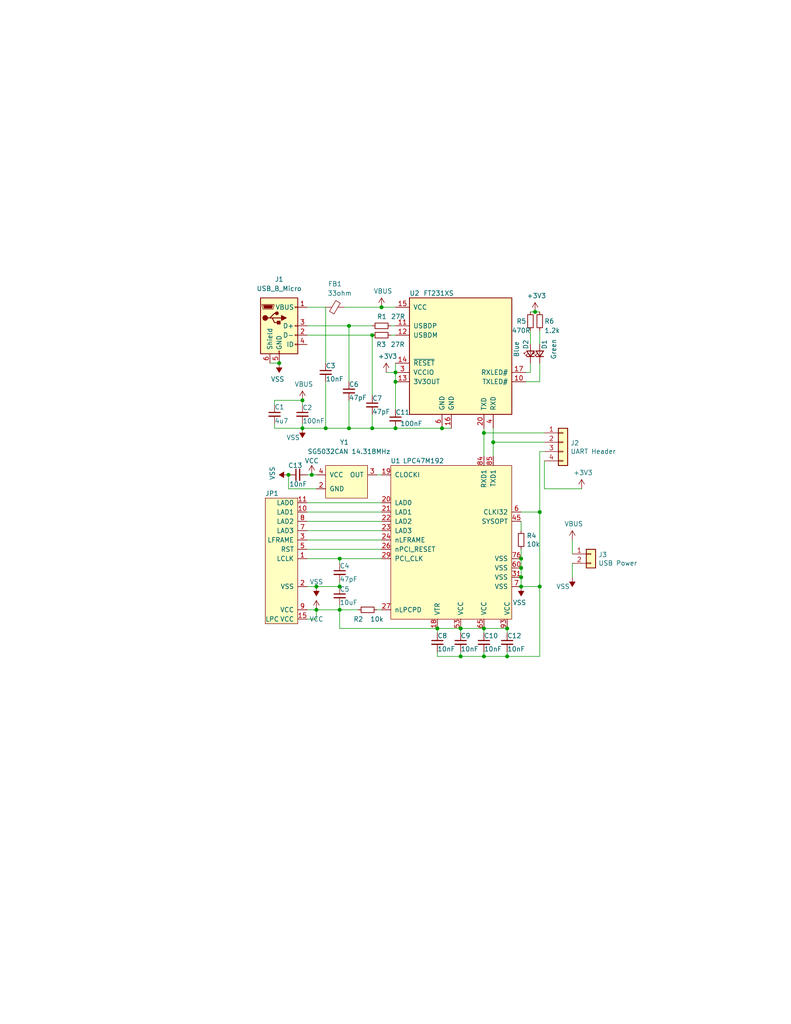
<source format=kicad_sch>
(kicad_sch (version 20211123) (generator eeschema)
  (paper "A" portrait)
  (title_block (title "Original Xbox Serial USB Adapter") (date "2019-03-27") (rev "B") (company "XboxDev") (comment 2 "Copyright Mike Davis 2019") (comment 3 "Licensed under CERN OHL v.1.2 or later") (comment 4 "https://github.com/xboxdev/serial-usb-adapter"))
  (lib_symbols
    (symbol "Connector:USB_B_Micro" (pin_names (offset 1.016))
      (property "Reference" "J" (at -5.08 11.43 0))
      (property "Value" "USB_B_Micro" (at -5.08 8.89 0))
      (symbol "USB_B_Micro_0_1"
        (rectangle (start -5.08 -7.62) (end 5.08 7.62) (stroke (width 0.254)) (fill (type background)))
        (circle (center -3.81 2.159) (radius 0.635) (stroke (width 0.254)) (fill (type outline)))
        (circle (center -0.635 3.429) (radius 0.381) (stroke (width 0.254)) (fill (type outline)))
        (rectangle (start -0.127 -7.62) (end 0.127 -6.858))
        (polyline (pts (xy -1.905 2.159) (xy 0.635 2.159)) (stroke (width 0.254)))
        (polyline (pts (xy -3.175 2.159) (xy -2.54 2.159) (xy -1.27 3.429) (xy -0.635 3.429)) (stroke (width 0.254)))
        (polyline (pts (xy -2.54 2.159) (xy -1.905 2.159) (xy -1.27 0.889) (xy 0 0.889)) (stroke (width 0.254)))
        (polyline (pts (xy 0.635 2.794) (xy 0.635 1.524) (xy 1.905 2.159) (xy 0.635 2.794)) (stroke (width 0.254)) (fill (type outline)))
        (polyline (pts (xy -4.318 5.588) (xy -1.778 5.588) (xy -2.032 4.826) (xy -4.064 4.826) (xy -4.318 5.588)) (fill (type outline)))
        (polyline (pts (xy -4.699 5.842) (xy -4.699 5.588) (xy -4.445 4.826) (xy -4.445 4.572) (xy -1.651 4.572) (xy -1.651 4.826) (xy -1.397 5.588) (xy -1.397 5.842) (xy -4.699 5.842)))
        (rectangle (start 0.254 1.27) (end -0.508 0.508) (stroke (width 0.254)) (fill (type outline)))
        (rectangle (start 5.08 -5.207) (end 4.318 -4.953))
        (rectangle (start 5.08 -2.667) (end 4.318 -2.413))
        (rectangle (start 5.08 -0.127) (end 4.318 0.127))
        (rectangle (start 5.08 4.953) (end 4.318 5.207))
      )
      (symbol "USB_B_Micro_1_1"
        (pin power_out line (at 7.62 5.08 180) (length 2.54) (name "VBUS") (number "1"))
        (pin bidirectional line (at 7.62 -2.54 180) (length 2.54) (name "D-") (number "2"))
        (pin bidirectional line (at 7.62 0 180) (length 2.54) (name "D+") (number "3"))
        (pin passive line (at 7.62 -5.08 180) (length 2.54) (name "ID") (number "4"))
        (pin power_out line (at 0 -10.16 90) (length 2.54) (name "GND") (number "5"))
        (pin passive line (at -2.54 -10.16 90) (length 2.54) (name "Shield") (number "6"))
      )
    )
    (symbol "Connector_Generic:Conn_01x02" (pin_names (offset 1.016) hide)
      (property "Reference" "J" (at 0 2.54 0))
      (property "Value" "Conn_01x02" (at 0 -5.08 0))
      (symbol "Conn_01x02_1_1"
        (rectangle (start -1.27 -2.413) (end 0 -2.667) (stroke (width 0.1524)))
        (rectangle (start -1.27 0.127) (end 0 -0.127) (stroke (width 0.1524)))
        (rectangle (start -1.27 1.27) (end 1.27 -3.81) (stroke (width 0.254)) (fill (type background)))
        (pin passive line (at -5.08 0 0) (length 3.81) (name "Pin_1") (number "1"))
        (pin passive line (at -5.08 -2.54 0) (length 3.81) (name "Pin_2") (number "2"))
      )
    )
    (symbol "Connector_Generic:Conn_01x04" (pin_names (offset 1.016) hide)
      (property "Reference" "J" (at 0 5.08 0))
      (property "Value" "Conn_01x04" (at 0 -7.62 0))
      (symbol "Conn_01x04_1_1"
        (rectangle (start -1.27 -4.953) (end 0 -5.207) (stroke (width 0.1524)))
        (rectangle (start -1.27 -2.413) (end 0 -2.667) (stroke (width 0.1524)))
        (rectangle (start -1.27 0.127) (end 0 -0.127) (stroke (width 0.1524)))
        (rectangle (start -1.27 2.667) (end 0 2.413) (stroke (width 0.1524)))
        (rectangle (start -1.27 3.81) (end 1.27 -6.35) (stroke (width 0.254)) (fill (type background)))
        (pin passive line (at -5.08 2.54 0) (length 3.81) (name "Pin_1") (number "1"))
        (pin passive line (at -5.08 0 0) (length 3.81) (name "Pin_2") (number "2"))
        (pin passive line (at -5.08 -2.54 0) (length 3.81) (name "Pin_3") (number "3"))
        (pin passive line (at -5.08 -5.08 0) (length 3.81) (name "Pin_4") (number "4"))
      )
    )
    (symbol "Device:C_Small" (pin_numbers hide) (pin_names (offset 0.254) hide)
      (property "Reference" "C" (at 0.254 1.778 0))
      (property "Value" "C_Small" (at 0.254 -2.032 0))
      (symbol "C_Small_0_1"
        (polyline (pts (xy -1.524 -0.508) (xy 1.524 -0.508)) (stroke (width 0.3302)))
        (polyline (pts (xy -1.524 0.508) (xy 1.524 0.508)) (stroke (width 0.3048)))
      )
      (symbol "C_Small_1_1"
        (pin passive line (at 0 2.54 270) (length 2.032) (name "~") (number "1"))
        (pin passive line (at 0 -2.54 90) (length 2.032) (name "~") (number "2"))
      )
    )
    (symbol "Device:FerriteBead_Small" (pin_numbers hide) (pin_names (offset 0))
      (property "Reference" "FB" (at 1.905 1.27 0))
      (property "Value" "FerriteBead_Small" (at 1.905 -1.27 0))
      (symbol "FerriteBead_Small_0_1"
        (polyline (pts (xy 0 -1.27) (xy 0 -0.7874)))
        (polyline (pts (xy 0 0.889) (xy 0 1.2954)))
        (polyline (pts (xy -1.8288 0.2794) (xy -1.1176 1.4986) (xy 1.8288 -0.2032) (xy 1.1176 -1.4224) (xy -1.8288 0.2794)))
      )
      (symbol "FerriteBead_Small_1_1"
        (pin passive line (at 0 2.54 270) (length 1.27) (name "~") (number "1"))
        (pin passive line (at 0 -2.54 90) (length 1.27) (name "~") (number "2"))
      )
    )
    (symbol "Device:LED_Small" (pin_numbers hide) (pin_names (offset 0.254) hide)
      (property "Reference" "D" (at -1.27 3.175 0))
      (property "Value" "LED_Small" (at -4.445 -2.54 0))
      (symbol "LED_Small_0_1"
        (polyline (pts (xy -0.762 -1.016) (xy -0.762 1.016)) (stroke (width 0.254)))
        (polyline (pts (xy 1.016 0) (xy -0.762 0)))
        (polyline (pts (xy 0.762 -1.016) (xy -0.762 0) (xy 0.762 1.016) (xy 0.762 -1.016)) (stroke (width 0.254)))
        (polyline (pts (xy 0 0.762) (xy -0.508 1.27) (xy -0.254 1.27) (xy -0.508 1.27) (xy -0.508 1.016)))
        (polyline (pts (xy 0.508 1.27) (xy 0 1.778) (xy 0.254 1.778) (xy 0 1.778) (xy 0 1.524)))
      )
      (symbol "LED_Small_1_1"
        (pin passive line (at -2.54 0 0) (length 1.778) (name "K") (number "1"))
        (pin passive line (at 2.54 0 180) (length 1.778) (name "A") (number "2"))
      )
    )
    (symbol "Device:R_Small" (pin_numbers hide) (pin_names (offset 0.254) hide)
      (property "Reference" "R" (at 0.762 0.508 0))
      (property "Value" "R_Small" (at 0.762 -1.016 0))
      (symbol "R_Small_0_1"
        (rectangle (start -0.762 1.778) (end 0.762 -1.778) (stroke (width 0.2032)))
      )
      (symbol "R_Small_1_1"
        (pin passive line (at 0 2.54 270) (length 0.762) (name "~") (number "1"))
        (pin passive line (at 0 -2.54 90) (length 0.762) (name "~") (number "2"))
      )
    )
    (symbol "power:+3V3" (power) (pin_names (offset 0))
      (property "Value" "+3V3" (at 0 3.556 0))
      (symbol "+3V3_0_1"
        (polyline (pts (xy -0.762 1.27) (xy 0 2.54)))
        (polyline (pts (xy 0 0) (xy 0 2.54)))
        (polyline (pts (xy 0 2.54) (xy 0.762 1.27)))
      )
      (symbol "+3V3_1_1"
        (pin power_in line (at 0 0 90) (length 0) hide (name "+3V3") (number "1"))
      )
    )
    (symbol "power:VBUS" (power) (pin_names (offset 0))
      (property "Value" "VBUS" (at 0 3.81 0))
      (symbol "VBUS_0_1"
        (polyline (pts (xy -0.762 1.27) (xy 0 2.54)))
        (polyline (pts (xy 0 0) (xy 0 2.54)))
        (polyline (pts (xy 0 2.54) (xy 0.762 1.27)))
      )
      (symbol "VBUS_1_1"
        (pin power_in line (at 0 0 90) (length 0) hide (name "VBUS") (number "1"))
      )
    )
    (symbol "power:VCC" (power) (pin_names (offset 0))
      (property "Value" "VCC" (at 0 3.81 0))
      (symbol "VCC_0_1"
        (polyline (pts (xy -0.762 1.27) (xy 0 2.54)))
        (polyline (pts (xy 0 0) (xy 0 2.54)))
        (polyline (pts (xy 0 2.54) (xy 0.762 1.27)))
      )
      (symbol "VCC_1_1"
        (pin power_in line (at 0 0 90) (length 0) hide (name "VCC") (number "1"))
      )
    )
    (symbol "power:VSS" (power) (pin_names (offset 0))
      (property "Value" "VSS" (at 0 3.81 0))
      (symbol "VSS_0_1"
        (polyline (pts (xy 0 0) (xy 0 2.54)))
        (polyline (pts (xy 0.762 1.27) (xy -0.762 1.27) (xy 0 2.54) (xy 0.762 1.27)) (fill (type outline)))
      )
      (symbol "VSS_1_1"
        (pin power_in line (at 0 0 90) (length 0) hide (name "VSS") (number "1"))
      )
    )
    (symbol "serial-usb-adapter:FT231XS" (pin_names (offset 1.016))
      (property "Reference" "U" (at -12.7 13.97 0))
      (property "Value" "FT231XS" (at -3.81 0 0))
      (symbol "FT231XS_0_1"
        (rectangle (start -13.97 12.7) (end 13.97 -19.05) (stroke (width 0.254)) (fill (type background)))
      )
      (symbol "FT231XS_1_1"
        (pin bidirectional line (at 17.78 -10.16 180) (length 3.81) (name "TXLED#") (number "10"))
        (pin bidirectional line (at -17.78 5.08 0) (length 3.81) (name "USBDP") (number "11"))
        (pin bidirectional line (at -17.78 2.54 0) (length 3.81) (name "USBDM") (number "12"))
        (pin power_out line (at -17.78 -10.16 0) (length 3.81) (name "3V3OUT") (number "13"))
        (pin input line (at -17.78 -5.08 0) (length 3.81) (name "~{RESET}") (number "14"))
        (pin power_in line (at -17.78 10.16 0) (length 3.81) (name "VCC") (number "15"))
        (pin power_in line (at -2.54 -22.86 90) (length 3.81) (name "GND") (number "16"))
        (pin bidirectional line (at 17.78 -7.62 180) (length 3.81) (name "RXLED#") (number "17"))
        (pin output line (at 6.35 -22.86 90) (length 3.81) (name "TXD") (number "20"))
        (pin power_in line (at -17.78 -7.62 0) (length 3.81) (name "VCCIO") (number "3"))
        (pin input line (at 8.89 -22.86 90) (length 3.81) (name "RXD") (number "4"))
        (pin power_in line (at -5.08 -22.86 90) (length 3.81) (name "GND") (number "6"))
      )
    )
    (symbol "serial-usb-adapter:LPC" (pin_names (offset 1.016))
      (property "Reference" "JP1" (at 0 33.02 0))
      (property "Value" "LPC" (at 0 -1.27 0))
      (symbol "LPC_0_0"
        (rectangle (start 0 31.75) (end 8.89 -2.54) (fill (type background)))
      )
      (symbol "LPC_1_1"
        (pin output line (at 11.43 15.24 180) (length 2.54) (name "LCLK") (number "1"))
        (pin bidirectional line (at 11.43 27.94 180) (length 2.54) (name "LAD1") (number "10"))
        (pin bidirectional line (at 11.43 30.48 180) (length 2.54) (name "LAD0") (number "11"))
        (pin power_out line (at 11.43 -1.27 180) (length 2.54) (name "VCC") (number "15"))
        (pin power_out line (at 11.43 7.62 180) (length 2.54) (name "VSS") (number "2"))
        (pin output line (at 11.43 20.32 180) (length 2.54) (name "LFRAME") (number "3"))
        (pin output line (at 11.43 17.78 180) (length 2.54) (name "RST") (number "5"))
        (pin bidirectional line (at 11.43 22.86 180) (length 2.54) (name "LAD3") (number "7"))
        (pin bidirectional line (at 11.43 25.4 180) (length 2.54) (name "LAD2") (number "8"))
        (pin power_out line (at 11.43 1.27 180) (length 2.54) (name "VCC") (number "9"))
      )
    )
    (symbol "serial-usb-adapter:LPC47M192" (pin_names (offset 1.016))
      (property "Reference" "U" (at 2.54 43.18 0))
      (property "Value" "LPC47M192" (at 16.51 33.02 0))
      (symbol "LPC47M192_0_1"
        (rectangle (start 0 41.91) (end 33.02 0) (fill (type background)))
      )
      (symbol "LPC47M192_1_1"
        (pin power_in line (at 12.7 -2.54 90) (length 2.54) (name "VTR") (number "18"))
        (pin input line (at -2.54 39.37 0) (length 2.54) (name "CLOCKI") (number "19"))
        (pin bidirectional line (at -2.54 31.75 0) (length 2.54) (name "LAD0") (number "20"))
        (pin bidirectional line (at -2.54 29.21 0) (length 2.54) (name "LAD1") (number "21"))
        (pin bidirectional line (at -2.54 26.67 0) (length 2.54) (name "LAD2") (number "22"))
        (pin bidirectional line (at -2.54 24.13 0) (length 2.54) (name "LAD3") (number "23"))
        (pin input line (at -2.54 21.59 0) (length 2.54) (name "nLFRAME") (number "24"))
        (pin input line (at -2.54 19.05 0) (length 2.54) (name "nPCI_RESET") (number "26"))
        (pin input line (at -2.54 2.54 0) (length 2.54) (name "nLPCPD") (number "27"))
        (pin input line (at -2.54 16.51 0) (length 2.54) (name "PCI_CLK") (number "29"))
        (pin power_in line (at 35.56 11.43 180) (length 2.54) (name "VSS") (number "31"))
        (pin bidirectional line (at 35.56 26.67 180) (length 2.54) (name "SYSOPT") (number "45"))
        (pin power_in line (at 19.05 -2.54 90) (length 2.54) (name "VCC") (number "53"))
        (pin input line (at 35.56 29.21 180) (length 2.54) (name "CLKI32") (number "6"))
        (pin power_in line (at 35.56 13.97 180) (length 2.54) (name "VSS") (number "60"))
        (pin power_in line (at 25.4 -2.54 90) (length 2.54) (name "VCC") (number "65"))
        (pin power_in line (at 35.56 8.89 180) (length 2.54) (name "VSS") (number "7"))
        (pin power_in line (at 35.56 16.51 180) (length 2.54) (name "VSS") (number "76"))
        (pin input line (at 25.4 44.45 270) (length 2.54) (name "RXD1") (number "84"))
        (pin output line (at 27.94 44.45 270) (length 2.54) (name "TXD1") (number "85"))
        (pin power_in line (at 31.75 -2.54 90) (length 2.54) (name "VCC") (number "93"))
      )
    )
    (symbol "serial-usb-adapter:SG5032CAN" (pin_names (offset 1.016))
      (property "Reference" "Y" (at 1.27 10.16 0))
      (property "Value" "SG5032CAN" (at 6.35 -1.27 0))
      (symbol "SG5032CAN_0_0"
        (rectangle (start 0 0) (end 11.43 8.89) (fill (type background)))
      )
      (symbol "SG5032CAN_1_1"
        (pin input line (at 13.97 2.54 180) (length 2.54) hide (name "OE") (number "1"))
        (pin power_in line (at -2.54 2.54 0) (length 2.54) (name "GND") (number "2"))
        (pin output line (at 13.97 6.35 180) (length 2.54) (name "OUT") (number "3"))
        (pin power_in line (at -2.54 6.35 0) (length 2.54) (name "VCC") (number "4"))
      )
    )
  )
  (junction (at 147.32 160.02))
  (junction (at 86.36 160.02))
  (junction (at 142.24 160.02))
  (junction (at 107.95 101.6))
  (junction (at 95.25 88.9))
  (junction (at 101.6 91.44))
  (junction (at 125.73 179.07))
  (junction (at 132.08 118.11))
  (junction (at 125.73 171.45))
  (junction (at 119.38 171.45))
  (junction (at 138.43 171.45))
  (junction (at 138.43 179.07))
  (junction (at 95.25 116.84))
  (junction (at 88.9 116.84))
  (junction (at 92.71 160.02))
  (junction (at 107.95 116.84))
  (junction (at 132.08 179.07))
  (junction (at 142.24 157.48))
  (junction (at 107.95 104.14))
  (junction (at 92.71 166.37))
  (junction (at 101.6 116.84))
  (junction (at 82.55 116.84))
  (junction (at 104.14 83.82))
  (junction (at 85.09 129.54))
  (junction (at 146.05 85.09))
  (junction (at 92.71 152.4))
  (junction (at 147.32 139.7))
  (junction (at 132.08 171.45))
  (junction (at 142.24 152.4))
  (junction (at 86.36 166.37))
  (junction (at 120.65 116.84))
  (junction (at 82.55 109.22))
  (junction (at 142.24 154.94))
  (junction (at 78.74 129.54))
  (junction (at 76.2 99.06))
  (junction (at 134.62 120.65))
  (wire (pts (xy 119.38 179.07) (xy 125.73 179.07)))
  (wire (pts (xy 82.55 115.57) (xy 82.55 116.84)))
  (wire (pts (xy 132.08 116.84) (xy 132.08 118.11)))
  (wire (pts (xy 142.24 160.02) (xy 147.32 160.02)))
  (wire (pts (xy 74.93 116.84) (xy 82.55 116.84)))
  (wire (pts (xy 148.59 125.73) (xy 148.59 133.35)))
  (wire (pts (xy 92.71 152.4) (xy 104.14 152.4)))
  (wire (pts (xy 86.36 168.91) (xy 86.36 166.37)))
  (wire (pts (xy 104.14 83.82) (xy 93.98 83.82)))
  (wire (pts (xy 148.59 118.11) (xy 132.08 118.11)))
  (wire (pts (xy 132.08 179.07) (xy 138.43 179.07)))
  (wire (pts (xy 148.59 120.65) (xy 134.62 120.65)))
  (wire (pts (xy 148.59 133.35) (xy 158.75 133.35)))
  (wire (pts (xy 83.82 83.82) (xy 88.9 83.82)))
  (wire (pts (xy 143.51 101.6) (xy 144.78 101.6)))
  (wire (pts (xy 95.25 104.14) (xy 95.25 88.9)))
  (wire (pts (xy 134.62 116.84) (xy 134.62 120.65)))
  (wire (pts (xy 143.51 104.14) (xy 147.32 104.14)))
  (wire (pts (xy 132.08 171.45) (xy 138.43 171.45)))
  (wire (pts (xy 104.14 149.86) (xy 83.82 149.86)))
  (wire (pts (xy 123.19 116.84) (xy 120.65 116.84)))
  (wire (pts (xy 107.95 116.84) (xy 120.65 116.84)))
  (wire (pts (xy 144.78 101.6) (xy 144.78 99.06)))
  (wire (pts (xy 104.14 83.82) (xy 107.95 83.82)))
  (wire (pts (xy 95.25 109.22) (xy 95.25 116.84)))
  (wire (pts (xy 74.93 109.22) (xy 74.93 110.49)))
  (wire (pts (xy 147.32 104.14) (xy 147.32 99.06)))
  (wire (pts (xy 146.05 85.09) (xy 147.32 85.09)))
  (wire (pts (xy 85.09 129.54) (xy 83.82 129.54)))
  (wire (pts (xy 92.71 158.75) (xy 92.71 160.02)))
  (wire (pts (xy 106.68 91.44) (xy 107.95 91.44)))
  (wire (pts (xy 156.21 153.67) (xy 156.21 157.48)))
  (wire (pts (xy 86.36 166.37) (xy 92.71 166.37)))
  (wire (pts (xy 119.38 171.45) (xy 125.73 171.45)))
  (wire (pts (xy 92.71 152.4) (xy 92.71 153.67)))
  (wire (pts (xy 92.71 171.45) (xy 92.71 166.37)))
  (wire (pts (xy 88.9 104.14) (xy 88.9 116.84)))
  (wire (pts (xy 92.71 166.37) (xy 97.79 166.37)))
  (wire (pts (xy 86.36 160.02) (xy 92.71 160.02)))
  (wire (pts (xy 102.87 166.37) (xy 104.14 166.37)))
  (wire (pts (xy 147.32 90.17) (xy 147.32 93.98)))
  (wire (pts (xy 101.6 113.03) (xy 101.6 116.84)))
  (wire (pts (xy 132.08 177.8) (xy 132.08 179.07)))
  (wire (pts (xy 138.43 179.07) (xy 138.43 177.8)))
  (wire (pts (xy 119.38 171.45) (xy 119.38 172.72)))
  (wire (pts (xy 107.95 101.6) (xy 105.41 101.6)))
  (wire (pts (xy 83.82 152.4) (xy 92.71 152.4)))
  (wire (pts (xy 83.82 168.91) (xy 86.36 168.91)))
  (wire (pts (xy 74.93 109.22) (xy 82.55 109.22)))
  (wire (pts (xy 125.73 179.07) (xy 132.08 179.07)))
  (wire (pts (xy 142.24 152.4) (xy 142.24 154.94)))
  (wire (pts (xy 142.24 154.94) (xy 142.24 157.48)))
  (wire (pts (xy 144.78 90.17) (xy 144.78 93.98)))
  (wire (pts (xy 83.82 166.37) (xy 86.36 166.37)))
  (wire (pts (xy 107.95 101.6) (xy 107.95 104.14)))
  (wire (pts (xy 88.9 116.84) (xy 82.55 116.84)))
  (wire (pts (xy 83.82 137.16) (xy 104.14 137.16)))
  (wire (pts (xy 134.62 120.65) (xy 134.62 124.46)))
  (wire (pts (xy 147.32 179.07) (xy 138.43 179.07)))
  (wire (pts (xy 95.25 88.9) (xy 83.82 88.9)))
  (wire (pts (xy 144.78 85.09) (xy 146.05 85.09)))
  (wire (pts (xy 107.95 99.06) (xy 107.95 101.6)))
  (wire (pts (xy 88.9 83.82) (xy 88.9 99.06)))
  (wire (pts (xy 107.95 104.14) (xy 107.95 111.76)))
  (wire (pts (xy 147.32 139.7) (xy 147.32 160.02)))
  (wire (pts (xy 147.32 123.19) (xy 148.59 123.19)))
  (wire (pts (xy 138.43 171.45) (xy 138.43 172.72)))
  (wire (pts (xy 74.93 115.57) (xy 74.93 116.84)))
  (wire (pts (xy 132.08 118.11) (xy 132.08 124.46)))
  (wire (pts (xy 88.9 116.84) (xy 95.25 116.84)))
  (wire (pts (xy 78.74 133.35) (xy 78.74 129.54)))
  (wire (pts (xy 147.32 123.19) (xy 147.32 139.7)))
  (wire (pts (xy 142.24 139.7) (xy 147.32 139.7)))
  (wire (pts (xy 102.87 129.54) (xy 104.14 129.54)))
  (wire (pts (xy 92.71 165.1) (xy 92.71 166.37)))
  (wire (pts (xy 83.82 91.44) (xy 101.6 91.44)))
  (wire (pts (xy 119.38 177.8) (xy 119.38 179.07)))
  (wire (pts (xy 86.36 129.54) (xy 85.09 129.54)))
  (wire (pts (xy 125.73 177.8) (xy 125.73 179.07)))
  (wire (pts (xy 156.21 147.32) (xy 156.21 151.13)))
  (wire (pts (xy 104.14 144.78) (xy 83.82 144.78)))
  (wire (pts (xy 95.25 116.84) (xy 101.6 116.84)))
  (wire (pts (xy 101.6 116.84) (xy 107.95 116.84)))
  (wire (pts (xy 82.55 109.22) (xy 82.55 110.49)))
  (wire (pts (xy 86.36 133.35) (xy 78.74 133.35)))
  (wire (pts (xy 95.25 88.9) (xy 101.6 88.9)))
  (wire (pts (xy 125.73 171.45) (xy 125.73 172.72)))
  (wire (pts (xy 147.32 160.02) (xy 147.32 179.07)))
  (wire (pts (xy 73.66 99.06) (xy 76.2 99.06)))
  (wire (pts (xy 132.08 171.45) (xy 132.08 172.72)))
  (wire (pts (xy 119.38 171.45) (xy 92.71 171.45)))
  (wire (pts (xy 142.24 157.48) (xy 142.24 160.02)))
  (wire (pts (xy 101.6 91.44) (xy 101.6 107.95)))
  (wire (pts (xy 142.24 142.24) (xy 142.24 144.78)))
  (wire (pts (xy 107.95 88.9) (xy 106.68 88.9)))
  (wire (pts (xy 104.14 142.24) (xy 83.82 142.24)))
  (wire (pts (xy 142.24 149.86) (xy 142.24 152.4)))
  (wire (pts (xy 104.14 139.7) (xy 83.82 139.7)))
  (wire (pts (xy 83.82 160.02) (xy 86.36 160.02)))
  (wire (pts (xy 125.73 171.45) (xy 132.08 171.45)))
  (wire (pts (xy 83.82 147.32) (xy 104.14 147.32)))
  (symbol (lib_id "serial-usb-adapter:FT231XS") (at 125.73 93.98 0) (unit 1)
    (property "Reference" "U2" (at 111.76 80.01 0) (effects (justify left)))
    (property "Value" "FT231XS" (at 115.57 80.01 0) (effects (justify left)))
    (property "Footprint" "Package_SO:SSOP-20_3.9x8.7mm_P0.635mm" (effects hide))
    (property "Datasheet" "http://www.ftdichip.com/Products/ICs/FT231X.html" (effects hide))
  )
  (symbol (lib_id "serial-usb-adapter:LPC") (at 72.39 167.64 0) (unit 1)
    (property "Reference" "JP1" (at 72.39 134.62 0) (effects (justify left)))
    (property "Value" "LPC" (at 72.39 168.91 0) (effects (justify left)))
    (property "Footprint" "Connector_PinHeader_2.54mm:PinHeader_2x08_P2.54mm_Vertical" (effects hide))
  )
  (symbol (lib_id "serial-usb-adapter:LPC47M192") (at 106.68 168.91 0) (unit 1)
    (property "Reference" "U1" (at 107.95 125.73 0))
    (property "Value" "LPC47M192" (at 115.57 125.73 0))
    (property "Footprint" "Package_QFP:LQFP-128_14x20mm_P0.5mm" (effects hide))
  )
  (symbol (lib_id "serial-usb-adapter:SG5032CAN") (at 88.9 135.89 0) (unit 1)
    (property "Reference" "Y1" (at 93.98 120.65 0))
    (property "Value" "SG5032CAN 14.318MHz" (at 95.25 123.19 0))
    (property "Footprint" "Oscillator:Oscillator_SMD_TXC_7C-4Pin_5.0x3.2mm_HandSoldering" (effects hide))
  )
  (symbol (lib_id "Device:R_Small") (at 144.78 87.63 0) (unit 1)
    (property "Reference" "R5" (at 140.97 87.63 0) (effects (justify left)))
    (property "Value" "470R" (at 139.7 90.17 0) (effects (justify left)))
    (property "Footprint" "Resistor_SMD:R_0603_1608Metric" (effects hide))
  )
  (symbol (lib_id "Device:R_Small") (at 147.32 87.63 0) (unit 1)
    (property "Reference" "R6" (at 148.59 87.63 0) (effects (justify left)))
    (property "Value" "1.2k" (at 148.59 90.17 0) (effects (justify left)))
    (property "Footprint" "Resistor_SMD:R_0603_1608Metric" (effects hide))
  )
  (symbol (lib_id "Device:R_Small") (at 142.24 147.32 0) (unit 1)
    (property "Reference" "R4" (at 143.7386 146.1516 0) (effects (justify left)))
    (property "Value" "10k" (at 143.7386 148.463 0) (effects (justify left)))
    (property "Footprint" "Resistor_SMD:R_0603_1608Metric" (effects hide))
  )
  (symbol (lib_id "Device:R_Small") (at 100.33 166.37 270) (unit 1)
    (property "Reference" "R2" (at 97.79 168.91 90))
    (property "Value" "10k" (at 102.87 168.91 90))
    (property "Footprint" "Resistor_SMD:R_0603_1608Metric" (effects hide))
  )
  (symbol (lib_id "Device:C_Small") (at 82.55 113.03 0) (unit 1)
    (property "Reference" "C2" (at 82.55 110.49 0) (effects (justify left top)))
    (property "Value" "100nF" (at 82.55 115.57 0) (effects (justify left bottom)))
    (property "Footprint" "Capacitor_SMD:C_0603_1608Metric" (effects hide))
  )
  (symbol (lib_id "Device:C_Small") (at 119.38 175.26 0) (unit 1)
    (property "Reference" "C8" (at 119.38 172.72 0) (effects (justify left top)))
    (property "Value" "10nF" (at 119.38 177.8 0) (effects (justify left bottom)))
    (property "Footprint" "Capacitor_SMD:C_0603_1608Metric" (effects hide))
  )
  (symbol (lib_id "Device:C_Small") (at 125.73 175.26 0) (unit 1)
    (property "Reference" "C9" (at 125.73 172.72 0) (effects (justify left top)))
    (property "Value" "10nF" (at 125.73 177.8 0) (effects (justify left bottom)))
    (property "Footprint" "Capacitor_SMD:C_0603_1608Metric" (effects hide))
  )
  (symbol (lib_id "Device:C_Small") (at 132.08 175.26 0) (unit 1)
    (property "Reference" "C10" (at 132.08 172.72 0) (effects (justify left top)))
    (property "Value" "10nF" (at 132.08 177.8 0) (effects (justify left bottom)))
    (property "Footprint" "Capacitor_SMD:C_0603_1608Metric" (effects hide))
  )
  (symbol (lib_id "Device:C_Small") (at 138.43 175.26 0) (unit 1)
    (property "Reference" "C12" (at 138.43 172.72 0) (effects (justify left top)))
    (property "Value" "10nF" (at 138.43 177.8 0) (effects (justify left bottom)))
    (property "Footprint" "Capacitor_SMD:C_0603_1608Metric" (effects hide))
  )
  (symbol (lib_id "power:VSS") (at 76.2 99.06 180) (unit 1)
    (property "Reference" "#PWR0101" (effects hide))
    (property "Value" "VSS" (at 75.7682 103.4542 0))
  )
  (symbol (lib_id "power:VSS") (at 86.36 160.02 180) (unit 1)
    (property "Reference" "#PWR0102" (effects hide))
    (property "Value" "VSS" (at 86.36 158.75 0))
  )
  (symbol (lib_id "power:VCC") (at 86.36 166.37 0) (unit 1)
    (property "Reference" "#PWR0103" (effects hide))
    (property "Value" "VCC" (at 86.36 168.91 0))
  )
  (symbol (lib_id "power:VSS") (at 142.24 160.02 180) (unit 1)
    (property "Reference" "#PWR0104" (effects hide))
    (property "Value" "VSS" (at 141.7828 164.4142 0))
  )
  (symbol (lib_id "Device:LED_Small") (at 147.32 96.52 90) (unit 1)
    (property "Reference" "D1" (at 148.59 93.98 0))
    (property "Value" "Green" (at 151.13 95.25 0))
    (property "Footprint" "LED_SMD:LED_0603_1608Metric" (effects hide))
  )
  (symbol (lib_id "Device:LED_Small") (at 144.78 96.52 90) (unit 1)
    (property "Reference" "D2" (at 143.51 93.98 0))
    (property "Value" "Blue" (at 140.97 95.25 0))
    (property "Footprint" "LED_SMD:LED_0603_1608Metric" (effects hide))
  )
  (symbol (lib_id "Device:R_Small") (at 104.14 88.9 270) (unit 1)
    (property "Reference" "R1" (at 102.87 86.36 90) (effects (justify left)))
    (property "Value" "27R" (at 106.68 86.36 90) (effects (justify left)))
    (property "Footprint" "Resistor_SMD:R_0603_1608Metric" (effects hide))
  )
  (symbol (lib_id "Device:R_Small") (at 104.14 91.44 90) (unit 1)
    (property "Reference" "R3" (at 105.41 93.98 90) (effects (justify left)))
    (property "Value" "27R" (at 110.49 93.98 90) (effects (justify left)))
    (property "Footprint" "Resistor_SMD:R_0603_1608Metric" (effects hide))
  )
  (symbol (lib_id "Connector_Generic:Conn_01x04") (at 153.67 120.65 0) (unit 1)
    (property "Reference" "J2" (at 155.702 120.8532 0) (effects (justify left)))
    (property "Value" "UART Header" (at 155.702 123.1646 0) (effects (justify left)))
    (property "Footprint" "Connector_PinHeader_2.54mm:PinHeader_1x04_P2.54mm_Vertical" (effects hide))
  )
  (symbol (lib_id "power:VSS") (at 82.55 116.84 180) (unit 1)
    (property "Reference" "#PWR0111" (effects hide))
    (property "Value" "VSS" (at 80.01 119.38 0))
  )
  (symbol (lib_id "Device:FerriteBead_Small") (at 91.44 83.82 90) (unit 1)
    (property "Reference" "FB1" (at 91.44 77.47 90))
    (property "Value" "33ohm" (at 92.71 80.01 90))
    (property "Footprint" "Inductor_SMD:L_0603_1608Metric" (effects hide))
  )
  (symbol (lib_id "Device:C_Small") (at 74.93 113.03 0) (unit 1)
    (property "Reference" "C1" (at 74.93 111.76 0) (effects (justify left bottom)))
    (property "Value" "4u7" (at 74.93 115.57 0) (effects (justify left bottom)))
    (property "Footprint" "Capacitor_SMD:C_0603_1608Metric" (effects hide))
  )
  (symbol (lib_id "power:VBUS") (at 104.14 83.82 0) (unit 1)
    (property "Reference" "#PWR0105" (effects hide))
    (property "Value" "VBUS" (at 104.521 79.4258 0))
  )
  (symbol (lib_id "power:VBUS") (at 82.55 109.22 0) (unit 1)
    (property "Reference" "#PWR0106" (effects hide))
    (property "Value" "VBUS" (at 82.931 104.8258 0))
  )
  (symbol (lib_id "Device:C_Small") (at 88.9 101.6 0) (unit 1)
    (property "Reference" "C3" (at 88.9 99.06 0) (effects (justify left top)))
    (property "Value" "10nF" (at 88.9 104.14 0) (effects (justify left bottom)))
    (property "Footprint" "Capacitor_SMD:C_0603_1608Metric" (effects hide))
  )
  (symbol (lib_id "Device:C_Small") (at 95.25 106.68 0) (unit 1)
    (property "Reference" "C6" (at 95.25 104.14 0) (effects (justify left top)))
    (property "Value" "47pF" (at 95.25 109.22 0) (effects (justify left bottom)))
    (property "Footprint" "Capacitor_SMD:C_0603_1608Metric" (effects hide))
  )
  (symbol (lib_id "Device:C_Small") (at 101.6 110.49 0) (unit 1)
    (property "Reference" "C7" (at 101.6 107.95 0) (effects (justify left top)))
    (property "Value" "47pF" (at 101.6 113.03 0) (effects (justify left bottom)))
    (property "Footprint" "Capacitor_SMD:C_0603_1608Metric" (effects hide))
  )
  (symbol (lib_id "Device:C_Small") (at 107.95 114.3 0) (unit 1)
    (property "Reference" "C11" (at 107.95 111.76 0) (effects (justify left top)))
    (property "Value" "100nF" (at 109.22 115.57 0) (effects (justify left)))
    (property "Footprint" "Capacitor_SMD:C_0603_1608Metric" (effects hide))
  )
  (symbol (lib_id "Device:C_Small") (at 92.71 156.21 0) (unit 1)
    (property "Reference" "C4" (at 92.71 153.67 0) (effects (justify left top)))
    (property "Value" "47pF" (at 92.71 158.75 0) (effects (justify left bottom)))
    (property "Footprint" "Capacitor_SMD:C_0603_1608Metric" (effects hide))
  )
  (symbol (lib_id "Device:C_Small") (at 92.71 162.56 0) (unit 1)
    (property "Reference" "C5" (at 92.71 160.02 0) (effects (justify left top)))
    (property "Value" "10uF" (at 92.71 165.1 0) (effects (justify left bottom)))
    (property "Footprint" "Capacitor_SMD:C_0603_1608Metric" (effects hide))
  )
  (symbol (lib_id "power:+3V3") (at 105.41 101.6 0) (unit 1)
    (property "Reference" "#PWR0107" (effects hide))
    (property "Value" "+3V3" (at 105.791 97.2058 0))
  )
  (symbol (lib_id "power:+3V3") (at 146.05 85.09 0) (unit 1)
    (property "Reference" "#PWR0108" (effects hide))
    (property "Value" "+3V3" (at 146.431 80.6958 0))
  )
  (symbol (lib_id "Device:C_Small") (at 81.28 129.54 90) (unit 1)
    (property "Reference" "C13" (at 82.55 127 90) (effects (justify left)))
    (property "Value" "10nF" (at 83.82 132.08 90) (effects (justify left)))
    (property "Footprint" "Capacitor_SMD:C_0603_1608Metric" (effects hide))
  )
  (symbol (lib_id "power:VSS") (at 78.74 129.54 90) (unit 1)
    (property "Reference" "#PWR0109" (effects hide))
    (property "Value" "VSS" (at 74.3458 129.1082 0))
  )
  (symbol (lib_id "power:VCC") (at 85.09 129.54 0) (unit 1)
    (property "Reference" "#PWR0110" (effects hide))
    (property "Value" "VCC" (at 85.09 125.73 0))
  )
  (symbol (lib_id "Connector:USB_B_Micro") (at 76.2 88.9 0) (unit 1)
    (property "Reference" "J1" (at 76.2 76.2 0))
    (property "Value" "USB_B_Micro" (at 76.2 78.74 0))
    (property "Footprint" "Connector_USB:USB_Micro-B_Wuerth_629105150521" (effects hide))
  )
  (symbol (lib_id "power:VSS") (at 156.21 157.48 180) (unit 1)
    (property "Reference" "#PWR0113" (effects hide))
    (property "Value" "VSS" (at 153.67 160.02 0))
  )
  (symbol (lib_id "power:VBUS") (at 156.21 147.32 0) (unit 1)
    (property "Reference" "#PWR0114" (effects hide))
    (property "Value" "VBUS" (at 156.591 142.9258 0))
  )
  (symbol (lib_id "Connector_Generic:Conn_01x02") (at 161.29 151.13 0) (unit 1)
    (property "Reference" "J3" (at 163.322 151.3332 0) (effects (justify left)))
    (property "Value" "USB Power" (at 163.322 153.6446 0) (effects (justify left)))
    (property "Footprint" "Connector_PinHeader_2.54mm:PinHeader_1x02_P2.54mm_Vertical" (effects hide))
  )
  (symbol (lib_id "power:+3V3") (at 158.75 133.35 0) (unit 1)
    (property "Reference" "#PWR0112" (effects hide))
    (property "Value" "+3V3" (at 159.131 128.9558 0))
  )
)
</source>
